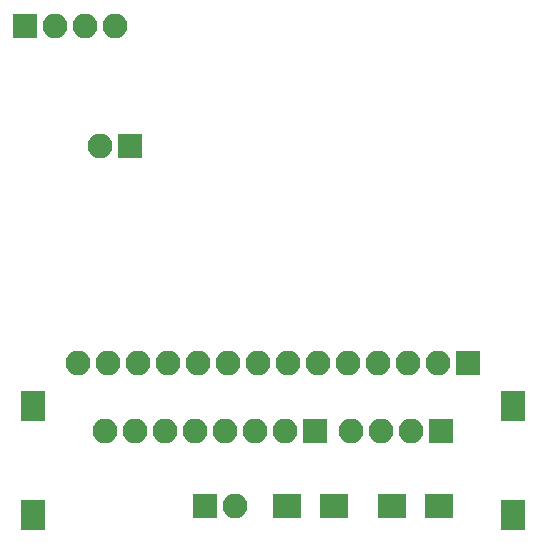
<source format=gbs>
G04 #@! TF.FileFunction,Soldermask,Bot*
%FSLAX46Y46*%
G04 Gerber Fmt 4.6, Leading zero omitted, Abs format (unit mm)*
G04 Created by KiCad (PCBNEW 4.0.7) date 05/23/18 23:06:23*
%MOMM*%
%LPD*%
G01*
G04 APERTURE LIST*
%ADD10C,0.100000*%
%ADD11R,2.100000X2.100000*%
%ADD12O,2.100000X2.100000*%
%ADD13R,2.400000X2.100000*%
%ADD14R,2.000000X2.580000*%
G04 APERTURE END LIST*
D10*
D11*
X-124841000Y33020000D03*
D12*
X-127381000Y33020000D03*
X-129921000Y33020000D03*
X-132461000Y33020000D03*
D11*
X-160020000Y67310000D03*
D12*
X-157480000Y67310000D03*
X-154940000Y67310000D03*
X-152400000Y67310000D03*
D11*
X-151130000Y57150000D03*
D12*
X-153670000Y57150000D03*
D13*
X-133890000Y26670000D03*
X-137890000Y26670000D03*
X-129000000Y26670000D03*
X-125000000Y26670000D03*
D11*
X-122555000Y38735000D03*
D12*
X-125095000Y38735000D03*
X-127635000Y38735000D03*
X-130175000Y38735000D03*
X-132715000Y38735000D03*
X-135255000Y38735000D03*
X-137795000Y38735000D03*
X-140335000Y38735000D03*
X-142875000Y38735000D03*
X-145415000Y38735000D03*
X-147955000Y38735000D03*
X-150495000Y38735000D03*
X-153035000Y38735000D03*
X-155575000Y38735000D03*
D14*
X-159385000Y25890000D03*
X-159385000Y35070000D03*
X-118745000Y35070000D03*
X-118745000Y25890000D03*
D11*
X-144780000Y26670000D03*
D12*
X-142240000Y26670000D03*
D11*
X-135509000Y33020000D03*
D12*
X-138049000Y33020000D03*
X-140589000Y33020000D03*
X-143129000Y33020000D03*
X-145669000Y33020000D03*
X-148209000Y33020000D03*
X-150749000Y33020000D03*
X-153289000Y33020000D03*
M02*

</source>
